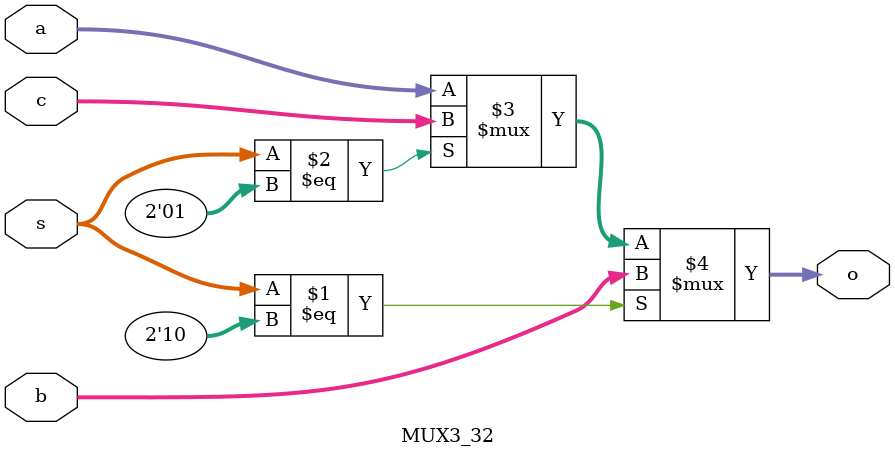
<source format=v>
`timescale 1ns/100ps
module MUX3_32(
  input [31:0] a,
  input [31:0] b,
  input [31:0] c,
  input [1:0]  s,
  
  output [31:0] o
);
  
  assign o = (s==2'd2)?b:
             (s==2'd1)?c:
             a;

endmodule

</source>
